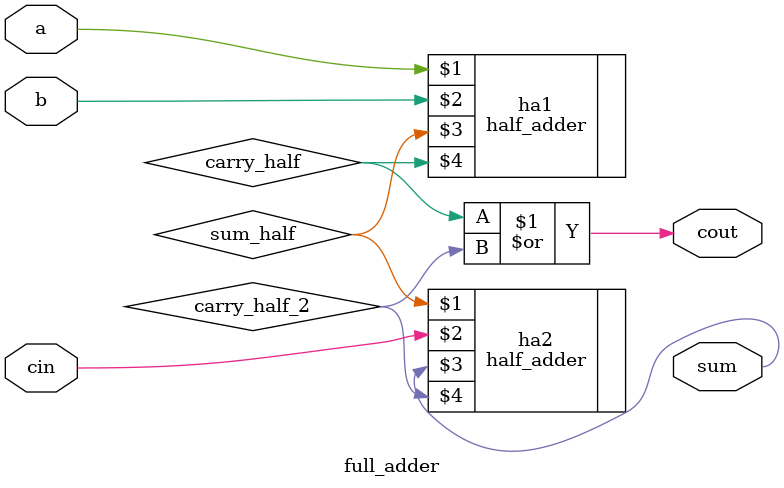
<source format=v>
/* Full adder module */
//Bu kod, bir tam toplayıcı modülünü (full adder) tanımlar. Tam toplayıcılar, iki bitlik sayıların yanı sıra bir taşıma (carry) girişi alır ve bu girişlerin toplamını hesaplar. İşte kodun Türkçe açıklaması:


`include "half_adder.v"//Bu satır, half_adder.v dosyasının içeriğini bu kod dosyasına dahil eder. Bu dosya, yarı toplayıcı modülünü içerir ve tam toplayıcı modülünde kullanılır.

module full_adder(a, b, cin, sum, cout);//Bu satır, full_adder adında bir modül oluşturur. Bu modül, a, b, cin, sum ve cout adlarında beş giriş/çıkış portuna sahiptir. a ve b girişleri toplanacak iki bitlik sayıları temsil eder. cin, taşıma girişini temsil eder. sum, toplam sonucunu, cout ise taşıma çıkışını temsil eder.
    
    input a, b, cin;//Bu satırlar, modülün giriş ve çıkışlarını tanımlar.
    output sum, cout;
    wire sum_half, carry_half, carry_half_2;//Bu satır, içsel bağlantılar için üç tane wire tanımlar. sum_half, ilk yarı toplayıcıdan (ha1) gelen toplam sonucunu, carry_half, ilk yarı toplayıcıdan gelen taşıma çıkışını, carry_half_2, ikinci yarı toplayıcıdan (ha2) gelen taşıma çıkışını temsil eder.

    half_adder ha1(a, b, sum_half, carry_half);//Bu satır, half_adder modülünden (half_adder.v) bir örnek oluşturur ve ha1 adını verir. Bu örneğe, a ve b girişlerini bağlar ve sum_half ve carry_half çıkışlarını alır. Bu, ilk yarı toplayıcıyı temsil eder.
    half_adder ha2(sum_half, cin, sum, carry_half_2);//Bu satırda da bir half_adder örneği oluşturulur ve ha2 adını alır. Bu sefer sum_half ve cin girişlerini bağlar ve sum ve carry_half_2 çıkışlarını alır. Bu, ikinci yarı toplayıcıyı temsil eder.

    or o1(cout, carry_half, carry_half_2);//Bu satır, bir or kapısı örneği oluşturur ve o1 adını alır. Bu kapı, carry_half ve carry_half_2 girişlerini alır ve bu girişlerin herhangi biri 1 olduğunda cout çıkışını 1 yapar. Bu, toplamın taşmayı temsil eden çıkışıdır.
endmodule
//Bu modül, iki yarı toplayıcı kullanarak tam toplama işlemini gerçekleştirir. İlk yarı toplayıcı, iki sayının birbirleriyle olan toplamını ve bir taşıma çıkışını hesaplar. İkinci yarı toplayıcı ise ilk yarı toplayıcının çıkışını ve taşıma girişini kullanarak son toplam sonucunu ve taşıma çıkışını hesaplar. Bu sayede, tam toplama işlemi gerçekleştirilir.
</source>
